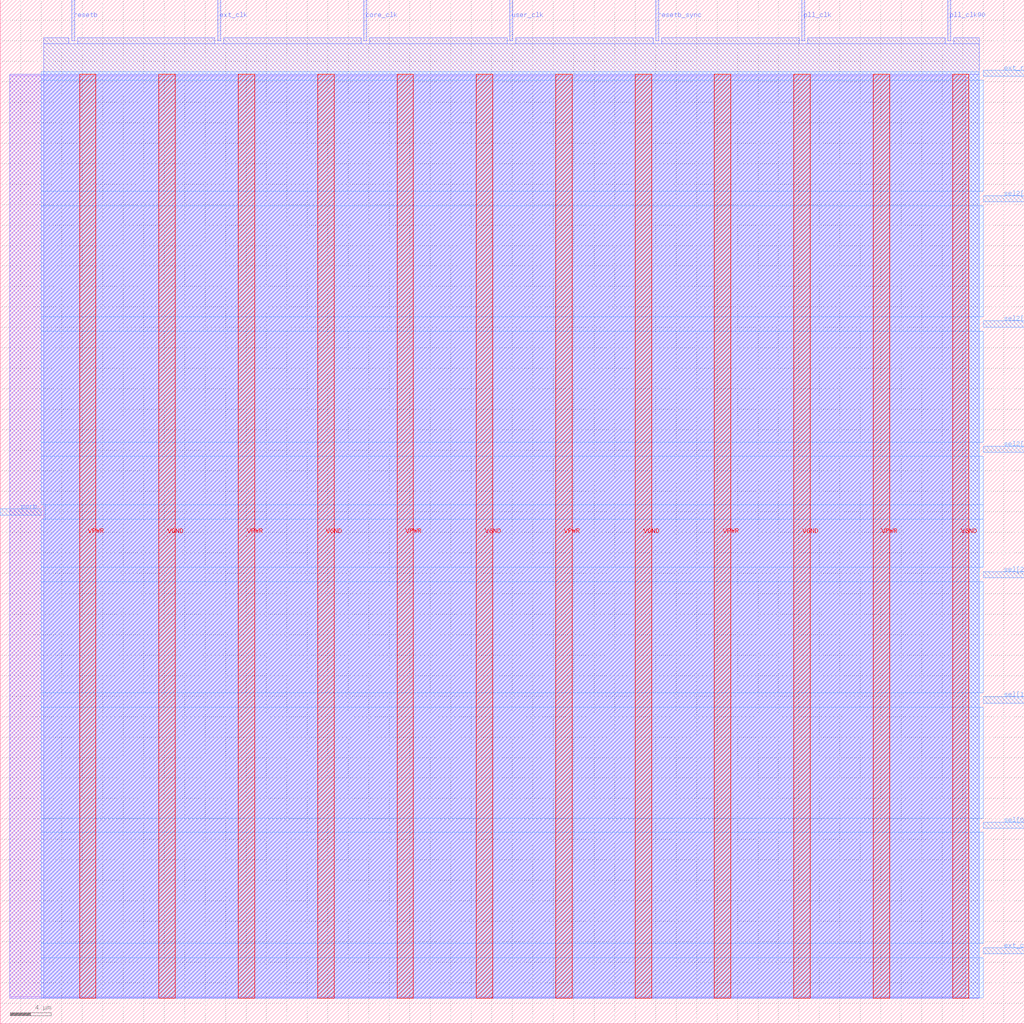
<source format=lef>
VERSION 5.7 ;
  NOWIREEXTENSIONATPIN ON ;
  DIVIDERCHAR "/" ;
  BUSBITCHARS "[]" ;
MACRO caravel_clocking
  CLASS BLOCK ;
  FOREIGN caravel_clocking ;
  ORIGIN 0.000 0.000 ;
  SIZE 100.000 BY 100.000 ;
  PIN VGND
    DIRECTION INOUT ;
    USE GROUND ;
    PORT
      LAYER met4 ;
        RECT 15.500 2.480 17.100 92.720 ;
    END
    PORT
      LAYER met4 ;
        RECT 31.000 2.480 32.600 92.720 ;
    END
    PORT
      LAYER met4 ;
        RECT 46.500 2.480 48.100 92.720 ;
    END
    PORT
      LAYER met4 ;
        RECT 62.000 2.480 63.600 92.720 ;
    END
    PORT
      LAYER met4 ;
        RECT 77.500 2.480 79.100 92.720 ;
    END
    PORT
      LAYER met4 ;
        RECT 93.000 2.480 94.600 92.720 ;
    END
  END VGND
  PIN VPWR
    DIRECTION INOUT ;
    USE POWER ;
    PORT
      LAYER met4 ;
        RECT 7.750 2.480 9.350 92.720 ;
    END
    PORT
      LAYER met4 ;
        RECT 23.250 2.480 24.850 92.720 ;
    END
    PORT
      LAYER met4 ;
        RECT 38.750 2.480 40.350 92.720 ;
    END
    PORT
      LAYER met4 ;
        RECT 54.250 2.480 55.850 92.720 ;
    END
    PORT
      LAYER met4 ;
        RECT 69.750 2.480 71.350 92.720 ;
    END
    PORT
      LAYER met4 ;
        RECT 85.250 2.480 86.850 92.720 ;
    END
  END VPWR
  PIN core_clk
    DIRECTION OUTPUT TRISTATE ;
    USE SIGNAL ;
    PORT
      LAYER met2 ;
        RECT 35.510 96.000 35.790 100.000 ;
    END
  END core_clk
  PIN ext_clk
    DIRECTION INPUT ;
    USE SIGNAL ;
    PORT
      LAYER met2 ;
        RECT 21.250 96.000 21.530 100.000 ;
    END
  END ext_clk
  PIN ext_clk_sel
    DIRECTION INPUT ;
    USE SIGNAL ;
    PORT
      LAYER met3 ;
        RECT 96.000 6.840 100.000 7.440 ;
    END
  END ext_clk_sel
  PIN ext_reset
    DIRECTION INPUT ;
    USE SIGNAL ;
    PORT
      LAYER met3 ;
        RECT 96.000 92.520 100.000 93.120 ;
    END
  END ext_reset
  PIN pll_clk
    DIRECTION INPUT ;
    USE SIGNAL ;
    PORT
      LAYER met2 ;
        RECT 78.290 96.000 78.570 100.000 ;
    END
  END pll_clk
  PIN pll_clk90
    DIRECTION INPUT ;
    USE SIGNAL ;
    PORT
      LAYER met2 ;
        RECT 92.550 96.000 92.830 100.000 ;
    END
  END pll_clk90
  PIN porb
    DIRECTION INPUT ;
    USE SIGNAL ;
    PORT
      LAYER met3 ;
        RECT 0.000 49.680 4.000 50.280 ;
    END
  END porb
  PIN resetb
    DIRECTION INPUT ;
    USE SIGNAL ;
    PORT
      LAYER met2 ;
        RECT 6.990 96.000 7.270 100.000 ;
    END
  END resetb
  PIN resetb_sync
    DIRECTION OUTPUT TRISTATE ;
    USE SIGNAL ;
    PORT
      LAYER met2 ;
        RECT 64.030 96.000 64.310 100.000 ;
    END
  END resetb_sync
  PIN sel2[0]
    DIRECTION INPUT ;
    USE SIGNAL ;
    PORT
      LAYER met3 ;
        RECT 96.000 55.800 100.000 56.400 ;
    END
  END sel2[0]
  PIN sel2[1]
    DIRECTION INPUT ;
    USE SIGNAL ;
    PORT
      LAYER met3 ;
        RECT 96.000 68.040 100.000 68.640 ;
    END
  END sel2[1]
  PIN sel2[2]
    DIRECTION INPUT ;
    USE SIGNAL ;
    PORT
      LAYER met3 ;
        RECT 96.000 80.280 100.000 80.880 ;
    END
  END sel2[2]
  PIN sel[0]
    DIRECTION INPUT ;
    USE SIGNAL ;
    PORT
      LAYER met3 ;
        RECT 96.000 19.080 100.000 19.680 ;
    END
  END sel[0]
  PIN sel[1]
    DIRECTION INPUT ;
    USE SIGNAL ;
    PORT
      LAYER met3 ;
        RECT 96.000 31.320 100.000 31.920 ;
    END
  END sel[1]
  PIN sel[2]
    DIRECTION INPUT ;
    USE SIGNAL ;
    PORT
      LAYER met3 ;
        RECT 96.000 43.560 100.000 44.160 ;
    END
  END sel[2]
  PIN user_clk
    DIRECTION OUTPUT TRISTATE ;
    USE SIGNAL ;
    PORT
      LAYER met2 ;
        RECT 49.770 96.000 50.050 100.000 ;
    END
  END user_clk
  OBS
      LAYER li1 ;
        RECT 0.920 2.635 94.300 92.565 ;
      LAYER met1 ;
        RECT 0.920 2.480 95.610 92.720 ;
      LAYER met2 ;
        RECT 4.240 95.720 6.710 96.290 ;
        RECT 7.550 95.720 20.970 96.290 ;
        RECT 21.810 95.720 35.230 96.290 ;
        RECT 36.070 95.720 49.490 96.290 ;
        RECT 50.330 95.720 63.750 96.290 ;
        RECT 64.590 95.720 78.010 96.290 ;
        RECT 78.850 95.720 92.270 96.290 ;
        RECT 93.110 95.720 95.590 96.290 ;
        RECT 4.240 2.535 95.590 95.720 ;
      LAYER met3 ;
        RECT 4.000 92.120 95.600 92.985 ;
        RECT 4.000 81.280 96.000 92.120 ;
        RECT 4.000 79.880 95.600 81.280 ;
        RECT 4.000 69.040 96.000 79.880 ;
        RECT 4.000 67.640 95.600 69.040 ;
        RECT 4.000 56.800 96.000 67.640 ;
        RECT 4.000 55.400 95.600 56.800 ;
        RECT 4.000 50.680 96.000 55.400 ;
        RECT 4.400 49.280 96.000 50.680 ;
        RECT 4.000 44.560 96.000 49.280 ;
        RECT 4.000 43.160 95.600 44.560 ;
        RECT 4.000 32.320 96.000 43.160 ;
        RECT 4.000 30.920 95.600 32.320 ;
        RECT 4.000 20.080 96.000 30.920 ;
        RECT 4.000 18.680 95.600 20.080 ;
        RECT 4.000 7.840 96.000 18.680 ;
        RECT 4.000 6.440 95.600 7.840 ;
        RECT 4.000 2.555 96.000 6.440 ;
  END
END caravel_clocking
END LIBRARY


</source>
